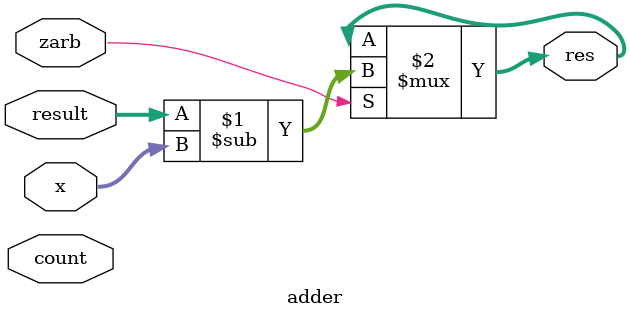
<source format=v>
`timescale 1ns/1ns
module adder(input [9:0]result, x ,input zarb,input[2:0] count, output[9:0] res);

assign res = zarb ? (count % 2 : (result - x) : (result + x)) : res;

endmodule

</source>
